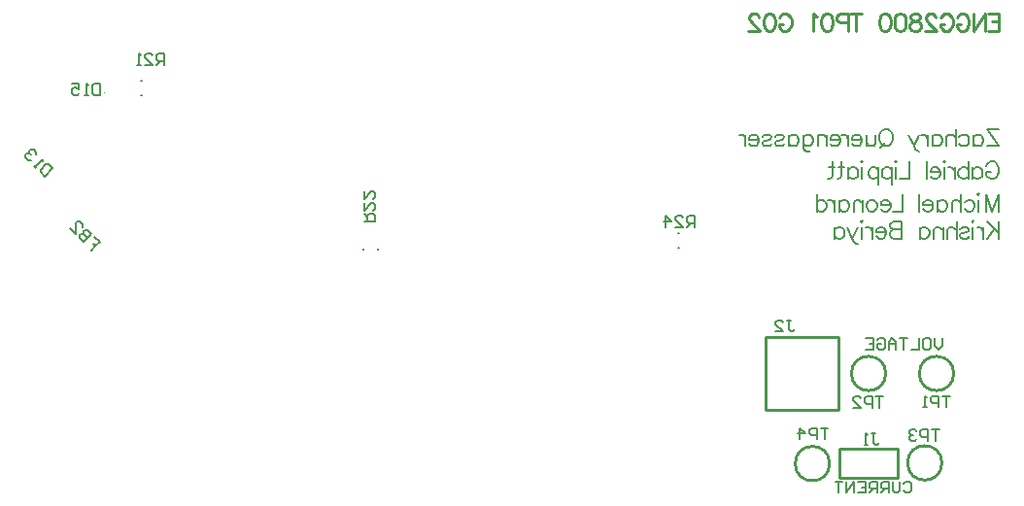
<source format=gbr>
%TF.GenerationSoftware,Altium Limited,Altium Designer,18.1.7 (191)*%
G04 Layer_Color=32896*
%FSLAX26Y26*%
%MOIN*%
%TF.FileFunction,Legend,Bot*%
%TF.Part,Single*%
G01*
G75*
%TA.AperFunction,NonConductor*%
%ADD53C,0.010000*%
%ADD54C,0.003937*%
%ADD55C,0.007874*%
%ADD56C,0.008661*%
D53*
X3094646Y427087D02*
G03*
X3094646Y427087I-59055J0D01*
G01*
X3327716D02*
G03*
X3327716Y427087I-59055J0D01*
G01*
X2901929Y117835D02*
G03*
X2901929Y117835I-59055J0D01*
G01*
X3287401Y120079D02*
G03*
X3287401Y120079I-59055J0D01*
G01*
X2934492Y168937D02*
X3136496D01*
X2934492Y68937D02*
Y168937D01*
Y68937D02*
X3136496D01*
Y168937D01*
X2683504Y552087D02*
X2933504D01*
Y302087D02*
Y377087D01*
Y452087D01*
Y552087D01*
X2683504Y302087D02*
X2933504D01*
X2683504D02*
Y552087D01*
D54*
X414016Y1391260D02*
G03*
X414016Y1391260I-1968J0D01*
G01*
X216142Y1082914D02*
G03*
X216142Y1082914I-1968J0D01*
G01*
D55*
X2381811Y908740D02*
X2385748D01*
X2381811Y859528D02*
X2385748D01*
X1351102Y851221D02*
Y855158D01*
X1301890Y851221D02*
Y855158D01*
X538032Y1383701D02*
X541968D01*
X538032Y1432913D02*
X541968D01*
X3443237Y1266434D02*
X3482598Y1207392D01*
Y1266434D02*
X3443237D01*
X3482598Y1207392D02*
X3443237D01*
X3396284Y1246754D02*
Y1207392D01*
Y1238319D02*
X3401907Y1243942D01*
X3407530Y1246754D01*
X3415965D01*
X3421588Y1243942D01*
X3427211Y1238319D01*
X3430023Y1229884D01*
Y1224261D01*
X3427211Y1215827D01*
X3421588Y1210204D01*
X3415965Y1207392D01*
X3407530D01*
X3401907Y1210204D01*
X3396284Y1215827D01*
X3346801Y1238319D02*
X3352424Y1243942D01*
X3358047Y1246754D01*
X3366482D01*
X3372105Y1243942D01*
X3377728Y1238319D01*
X3380539Y1229884D01*
Y1224261D01*
X3377728Y1215827D01*
X3372105Y1210204D01*
X3366482Y1207392D01*
X3358047D01*
X3352424Y1210204D01*
X3346801Y1215827D01*
X3334149Y1266434D02*
Y1207392D01*
Y1235507D02*
X3325714Y1243942D01*
X3320091Y1246754D01*
X3311656D01*
X3306033Y1243942D01*
X3303222Y1235507D01*
Y1207392D01*
X3254020Y1246754D02*
Y1207392D01*
Y1238319D02*
X3259643Y1243942D01*
X3265266Y1246754D01*
X3273701D01*
X3279324Y1243942D01*
X3284947Y1238319D01*
X3287758Y1229884D01*
Y1224261D01*
X3284947Y1215827D01*
X3279324Y1210204D01*
X3273701Y1207392D01*
X3265266D01*
X3259643Y1210204D01*
X3254020Y1215827D01*
X3238275Y1246754D02*
Y1207392D01*
Y1229884D02*
X3235464Y1238319D01*
X3229840Y1243942D01*
X3224217Y1246754D01*
X3215783D01*
X3207629D02*
X3190760Y1207392D01*
X3173891Y1246754D02*
X3190760Y1207392D01*
X3196383Y1196146D01*
X3202006Y1190523D01*
X3207629Y1187711D01*
X3210441D01*
X3100791Y1266434D02*
X3106414Y1263623D01*
X3112037Y1258000D01*
X3114848Y1252377D01*
X3117660Y1243942D01*
Y1229884D01*
X3114848Y1221450D01*
X3112037Y1215827D01*
X3106414Y1210204D01*
X3100791Y1207392D01*
X3089544D01*
X3083921Y1210204D01*
X3078298Y1215827D01*
X3075487Y1221450D01*
X3072675Y1229884D01*
Y1243942D01*
X3075487Y1252377D01*
X3078298Y1258000D01*
X3083921Y1263623D01*
X3089544Y1266434D01*
X3100791D01*
X3092356Y1218638D02*
X3075487Y1201769D01*
X3058898Y1246754D02*
Y1218638D01*
X3056087Y1210204D01*
X3050464Y1207392D01*
X3042029D01*
X3036406Y1210204D01*
X3027972Y1218638D01*
Y1246754D02*
Y1207392D01*
X3012508Y1229884D02*
X2978769D01*
Y1235507D01*
X2981581Y1241130D01*
X2984392Y1243942D01*
X2990016Y1246754D01*
X2998450D01*
X3004073Y1243942D01*
X3009697Y1238319D01*
X3012508Y1229884D01*
Y1224261D01*
X3009697Y1215827D01*
X3004073Y1210204D01*
X2998450Y1207392D01*
X2990016D01*
X2984392Y1210204D01*
X2978769Y1215827D01*
X2966117Y1246754D02*
Y1207392D01*
Y1229884D02*
X2963306Y1238319D01*
X2957683Y1243942D01*
X2952060Y1246754D01*
X2943625D01*
X2938283Y1229884D02*
X2904545D01*
Y1235507D01*
X2907356Y1241130D01*
X2910168Y1243942D01*
X2915791Y1246754D01*
X2924226D01*
X2929849Y1243942D01*
X2935472Y1238319D01*
X2938283Y1229884D01*
Y1224261D01*
X2935472Y1215827D01*
X2929849Y1210204D01*
X2924226Y1207392D01*
X2915791D01*
X2910168Y1210204D01*
X2904545Y1215827D01*
X2891893Y1246754D02*
Y1207392D01*
Y1235507D02*
X2883458Y1243942D01*
X2877835Y1246754D01*
X2869400D01*
X2863777Y1243942D01*
X2860966Y1235507D01*
Y1207392D01*
X2811764Y1246754D02*
Y1201769D01*
X2814575Y1193334D01*
X2817387Y1190523D01*
X2823010Y1187711D01*
X2831445D01*
X2837068Y1190523D01*
X2811764Y1238319D02*
X2817387Y1243942D01*
X2823010Y1246754D01*
X2831445D01*
X2837068Y1243942D01*
X2842691Y1238319D01*
X2845502Y1229884D01*
Y1224261D01*
X2842691Y1215827D01*
X2837068Y1210204D01*
X2831445Y1207392D01*
X2823010D01*
X2817387Y1210204D01*
X2811764Y1215827D01*
X2762280Y1246754D02*
Y1207392D01*
Y1238319D02*
X2767903Y1243942D01*
X2773527Y1246754D01*
X2781961D01*
X2787584Y1243942D01*
X2793207Y1238319D01*
X2796019Y1229884D01*
Y1224261D01*
X2793207Y1215827D01*
X2787584Y1210204D01*
X2781961Y1207392D01*
X2773527D01*
X2767903Y1210204D01*
X2762280Y1215827D01*
X2715609Y1238319D02*
X2718420Y1243942D01*
X2726855Y1246754D01*
X2735290D01*
X2743724Y1243942D01*
X2746536Y1238319D01*
X2743724Y1232696D01*
X2738101Y1229884D01*
X2724043Y1227073D01*
X2718420Y1224261D01*
X2715609Y1218638D01*
Y1215827D01*
X2718420Y1210204D01*
X2726855Y1207392D01*
X2735290D01*
X2743724Y1210204D01*
X2746536Y1215827D01*
X2672311Y1238319D02*
X2675122Y1243942D01*
X2683557Y1246754D01*
X2691992D01*
X2700427Y1243942D01*
X2703238Y1238319D01*
X2700427Y1232696D01*
X2694803Y1229884D01*
X2680746Y1227073D01*
X2675122Y1224261D01*
X2672311Y1218638D01*
Y1215827D01*
X2675122Y1210204D01*
X2683557Y1207392D01*
X2691992D01*
X2700427Y1210204D01*
X2703238Y1215827D01*
X2659940Y1229884D02*
X2626202D01*
Y1235507D01*
X2629013Y1241130D01*
X2631825Y1243942D01*
X2637448Y1246754D01*
X2645883D01*
X2651506Y1243942D01*
X2657129Y1238319D01*
X2659940Y1229884D01*
Y1224261D01*
X2657129Y1215827D01*
X2651506Y1210204D01*
X2645883Y1207392D01*
X2637448D01*
X2631825Y1210204D01*
X2626202Y1215827D01*
X2613550Y1246754D02*
Y1207392D01*
Y1229884D02*
X2610738Y1238319D01*
X2605115Y1243942D01*
X2599492Y1246754D01*
X2591057D01*
X3440425Y1140136D02*
X3443237Y1145759D01*
X3448860Y1151382D01*
X3454483Y1154194D01*
X3465729D01*
X3471352Y1151382D01*
X3476975Y1145759D01*
X3479787Y1140136D01*
X3482598Y1131701D01*
Y1117643D01*
X3479787Y1109209D01*
X3476975Y1103586D01*
X3471352Y1097963D01*
X3465729Y1095151D01*
X3454483D01*
X3448860Y1097963D01*
X3443237Y1103586D01*
X3440425Y1109209D01*
Y1117643D01*
X3454483D02*
X3440425D01*
X3393191Y1134513D02*
Y1095151D01*
Y1126078D02*
X3398814Y1131701D01*
X3404437Y1134513D01*
X3412872D01*
X3418495Y1131701D01*
X3424118Y1126078D01*
X3426930Y1117643D01*
Y1112020D01*
X3424118Y1103586D01*
X3418495Y1097963D01*
X3412872Y1095151D01*
X3404437D01*
X3398814Y1097963D01*
X3393191Y1103586D01*
X3377447Y1154194D02*
Y1095151D01*
Y1126078D02*
X3371823Y1131701D01*
X3366200Y1134513D01*
X3357766D01*
X3352143Y1131701D01*
X3346520Y1126078D01*
X3343708Y1117643D01*
Y1112020D01*
X3346520Y1103586D01*
X3352143Y1097963D01*
X3357766Y1095151D01*
X3366200D01*
X3371823Y1097963D01*
X3377447Y1103586D01*
X3331056Y1134513D02*
Y1095151D01*
Y1117643D02*
X3328245Y1126078D01*
X3322622Y1131701D01*
X3316998Y1134513D01*
X3308564D01*
X3297599Y1154194D02*
X3294787Y1151382D01*
X3291976Y1154194D01*
X3294787Y1157005D01*
X3297599Y1154194D01*
X3294787Y1134513D02*
Y1095151D01*
X3281573Y1117643D02*
X3247834D01*
Y1123267D01*
X3250646Y1128890D01*
X3253457Y1131701D01*
X3259081Y1134513D01*
X3267515D01*
X3273138Y1131701D01*
X3278761Y1126078D01*
X3281573Y1117643D01*
Y1112020D01*
X3278761Y1103586D01*
X3273138Y1097963D01*
X3267515Y1095151D01*
X3259081D01*
X3253457Y1097963D01*
X3247834Y1103586D01*
X3235182Y1154194D02*
Y1095151D01*
X3176421Y1154194D02*
Y1095151D01*
X3142683D01*
X3130593Y1154194D02*
X3127781Y1151382D01*
X3124970Y1154194D01*
X3127781Y1157005D01*
X3130593Y1154194D01*
X3127781Y1134513D02*
Y1095151D01*
X3114567Y1134513D02*
Y1075470D01*
Y1126078D02*
X3108944Y1131701D01*
X3103321Y1134513D01*
X3094886D01*
X3089263Y1131701D01*
X3083640Y1126078D01*
X3080829Y1117643D01*
Y1112020D01*
X3083640Y1103586D01*
X3089263Y1097963D01*
X3094886Y1095151D01*
X3103321D01*
X3108944Y1097963D01*
X3114567Y1103586D01*
X3068177Y1134513D02*
Y1075470D01*
Y1126078D02*
X3062553Y1131701D01*
X3056930Y1134513D01*
X3048496D01*
X3042873Y1131701D01*
X3037250Y1126078D01*
X3034438Y1117643D01*
Y1112020D01*
X3037250Y1103586D01*
X3042873Y1097963D01*
X3048496Y1095151D01*
X3056930D01*
X3062553Y1097963D01*
X3068177Y1103586D01*
X3016163Y1154194D02*
X3013352Y1151382D01*
X3010540Y1154194D01*
X3013352Y1157005D01*
X3016163Y1154194D01*
X3013352Y1134513D02*
Y1095151D01*
X2966399Y1134513D02*
Y1095151D01*
Y1126078D02*
X2972022Y1131701D01*
X2977645Y1134513D01*
X2986079D01*
X2991703Y1131701D01*
X2997326Y1126078D01*
X3000137Y1117643D01*
Y1112020D01*
X2997326Y1103586D01*
X2991703Y1097963D01*
X2986079Y1095151D01*
X2977645D01*
X2972022Y1097963D01*
X2966399Y1103586D01*
X2942219Y1154194D02*
Y1106397D01*
X2939408Y1097963D01*
X2933785Y1095151D01*
X2928162D01*
X2950654Y1134513D02*
X2930973D01*
X2911292Y1154194D02*
Y1106397D01*
X2908481Y1097963D01*
X2902858Y1095151D01*
X2897235D01*
X2919727Y1134513D02*
X2900046D01*
X3482598Y1041953D02*
Y982910D01*
Y1041953D02*
X3460106Y982910D01*
X3437614Y1041953D02*
X3460106Y982910D01*
X3437614Y1041953D02*
Y982910D01*
X3415121Y1041953D02*
X3412310Y1039141D01*
X3409498Y1041953D01*
X3412310Y1044764D01*
X3415121Y1041953D01*
X3412310Y1022272D02*
Y982910D01*
X3365357Y1013837D02*
X3370980Y1019460D01*
X3376603Y1022272D01*
X3385038D01*
X3390661Y1019460D01*
X3396284Y1013837D01*
X3399095Y1005403D01*
Y999779D01*
X3396284Y991345D01*
X3390661Y985722D01*
X3385038Y982910D01*
X3376603D01*
X3370980Y985722D01*
X3365357Y991345D01*
X3352705Y1041953D02*
Y982910D01*
Y1011026D02*
X3344270Y1019460D01*
X3338647Y1022272D01*
X3330213D01*
X3324590Y1019460D01*
X3321778Y1011026D01*
Y982910D01*
X3272576Y1022272D02*
Y982910D01*
Y1013837D02*
X3278199Y1019460D01*
X3283822Y1022272D01*
X3292257D01*
X3297880Y1019460D01*
X3303503Y1013837D01*
X3306314Y1005403D01*
Y999779D01*
X3303503Y991345D01*
X3297880Y985722D01*
X3292257Y982910D01*
X3283822D01*
X3278199Y985722D01*
X3272576Y991345D01*
X3256831Y1005403D02*
X3223093D01*
Y1011026D01*
X3225904Y1016649D01*
X3228716Y1019460D01*
X3234339Y1022272D01*
X3242774D01*
X3248397Y1019460D01*
X3254020Y1013837D01*
X3256831Y1005403D01*
Y999779D01*
X3254020Y991345D01*
X3248397Y985722D01*
X3242774Y982910D01*
X3234339D01*
X3228716Y985722D01*
X3223093Y991345D01*
X3210441Y1041953D02*
Y982910D01*
X3151680Y1041953D02*
Y982910D01*
X3117941D01*
X3111474Y1005403D02*
X3077736D01*
Y1011026D01*
X3080547Y1016649D01*
X3083359Y1019460D01*
X3088982Y1022272D01*
X3097417D01*
X3103040Y1019460D01*
X3108663Y1013837D01*
X3111474Y1005403D01*
Y999779D01*
X3108663Y991345D01*
X3103040Y985722D01*
X3097417Y982910D01*
X3088982D01*
X3083359Y985722D01*
X3077736Y991345D01*
X3051026Y1022272D02*
X3056649Y1019460D01*
X3062272Y1013837D01*
X3065084Y1005403D01*
Y999779D01*
X3062272Y991345D01*
X3056649Y985722D01*
X3051026Y982910D01*
X3042591D01*
X3036968Y985722D01*
X3031345Y991345D01*
X3028534Y999779D01*
Y1005403D01*
X3031345Y1013837D01*
X3036968Y1019460D01*
X3042591Y1022272D01*
X3051026D01*
X3015601D02*
Y982910D01*
Y1011026D02*
X3007166Y1019460D01*
X3001543Y1022272D01*
X2993108D01*
X2987485Y1019460D01*
X2984674Y1011026D01*
Y982910D01*
X2935472Y1022272D02*
Y982910D01*
Y1013837D02*
X2941095Y1019460D01*
X2946718Y1022272D01*
X2955153D01*
X2960776Y1019460D01*
X2966399Y1013837D01*
X2969210Y1005403D01*
Y999779D01*
X2966399Y991345D01*
X2960776Y985722D01*
X2955153Y982910D01*
X2946718D01*
X2941095Y985722D01*
X2935472Y991345D01*
X2919727Y1022272D02*
Y982910D01*
Y1005403D02*
X2916916Y1013837D01*
X2911292Y1019460D01*
X2905669Y1022272D01*
X2897235D01*
X2858154Y1041953D02*
Y982910D01*
Y1013837D02*
X2863777Y1019460D01*
X2869400Y1022272D01*
X2877835D01*
X2883458Y1019460D01*
X2889081Y1013837D01*
X2891893Y1005403D01*
Y999779D01*
X2889081Y991345D01*
X2883458Y985722D01*
X2877835Y982910D01*
X2869400D01*
X2863777Y985722D01*
X2858154Y991345D01*
X3482598Y949393D02*
Y890350D01*
X3443237Y949393D02*
X3482598Y910031D01*
X3468541Y924089D02*
X3443237Y890350D01*
X3430023Y929712D02*
Y890350D01*
Y912842D02*
X3427211Y921277D01*
X3421588Y926900D01*
X3415965Y929712D01*
X3407530D01*
X3396565Y949393D02*
X3393754Y946581D01*
X3390942Y949393D01*
X3393754Y952204D01*
X3396565Y949393D01*
X3393754Y929712D02*
Y890350D01*
X3349612Y921277D02*
X3352424Y926900D01*
X3360858Y929712D01*
X3369293D01*
X3377728Y926900D01*
X3380539Y921277D01*
X3377728Y915654D01*
X3372105Y912842D01*
X3358047Y910031D01*
X3352424Y907219D01*
X3349612Y901596D01*
Y898785D01*
X3352424Y893162D01*
X3360858Y890350D01*
X3369293D01*
X3377728Y893162D01*
X3380539Y898785D01*
X3337242Y949393D02*
Y890350D01*
Y918466D02*
X3328807Y926900D01*
X3323184Y929712D01*
X3314749D01*
X3309126Y926900D01*
X3306314Y918466D01*
Y890350D01*
X3290851Y929712D02*
Y890350D01*
Y918466D02*
X3282416Y926900D01*
X3276793Y929712D01*
X3268359D01*
X3262735Y926900D01*
X3259924Y918466D01*
Y890350D01*
X3210722Y929712D02*
Y890350D01*
Y921277D02*
X3216345Y926900D01*
X3221968Y929712D01*
X3230403D01*
X3236026Y926900D01*
X3241649Y921277D01*
X3244461Y912842D01*
Y907219D01*
X3241649Y898785D01*
X3236026Y893162D01*
X3230403Y890350D01*
X3221968D01*
X3216345Y893162D01*
X3210722Y898785D01*
X3148587Y949393D02*
Y890350D01*
Y949393D02*
X3123283D01*
X3114848Y946581D01*
X3112037Y943769D01*
X3109225Y938146D01*
Y932523D01*
X3112037Y926900D01*
X3114848Y924089D01*
X3123283Y921277D01*
X3148587D02*
X3123283D01*
X3114848Y918466D01*
X3112037Y915654D01*
X3109225Y910031D01*
Y901596D01*
X3112037Y895973D01*
X3114848Y893162D01*
X3123283Y890350D01*
X3148587D01*
X3096011Y912842D02*
X3062272D01*
Y918466D01*
X3065084Y924089D01*
X3067895Y926900D01*
X3073519Y929712D01*
X3081953D01*
X3087576Y926900D01*
X3093199Y921277D01*
X3096011Y912842D01*
Y907219D01*
X3093199Y898785D01*
X3087576Y893162D01*
X3081953Y890350D01*
X3073519D01*
X3067895Y893162D01*
X3062272Y898785D01*
X3049620Y929712D02*
Y890350D01*
Y912842D02*
X3046809Y921277D01*
X3041186Y926900D01*
X3035563Y929712D01*
X3027128D01*
X3016163Y949393D02*
X3013352Y946581D01*
X3010540Y949393D01*
X3013352Y952204D01*
X3016163Y949393D01*
X3013352Y929712D02*
Y890350D01*
X2997326Y929712D02*
X2980456Y890350D01*
X2963587Y929712D02*
X2980456Y890350D01*
X2986079Y879104D01*
X2991703Y873481D01*
X2997326Y870669D01*
X3000137D01*
X2920008Y929712D02*
Y890350D01*
Y921277D02*
X2925631Y926900D01*
X2931254Y929712D01*
X2939689D01*
X2945312Y926900D01*
X2950935Y921277D01*
X2953747Y912842D01*
Y907219D01*
X2950935Y898785D01*
X2945312Y893162D01*
X2939689Y890350D01*
X2931254D01*
X2925631Y893162D01*
X2920008Y898785D01*
X3156911Y50239D02*
X3163471Y56798D01*
X3176590D01*
X3183150Y50239D01*
Y24000D01*
X3176590Y17441D01*
X3163471D01*
X3156911Y24000D01*
X3143792Y56798D02*
Y24000D01*
X3137233Y17441D01*
X3124113D01*
X3117554Y24000D01*
Y56798D01*
X3104435Y17441D02*
Y56798D01*
X3084756D01*
X3078197Y50239D01*
Y37120D01*
X3084756Y30560D01*
X3104435D01*
X3091316D02*
X3078197Y17441D01*
X3065077D02*
Y56798D01*
X3045399D01*
X3038839Y50239D01*
Y37120D01*
X3045399Y30560D01*
X3065077D01*
X3051958D02*
X3038839Y17441D01*
X2999482Y56798D02*
X3025720D01*
Y17441D01*
X2999482D01*
X3025720Y37120D02*
X3012601D01*
X2986363Y17441D02*
Y56798D01*
X2960124Y17441D01*
Y56798D01*
X2947005D02*
X2920767D01*
X2933886D01*
Y17441D01*
X3287677Y548098D02*
Y521859D01*
X3274558Y508740D01*
X3261439Y521859D01*
Y548098D01*
X3228641D02*
X3241760D01*
X3248320Y541538D01*
Y515300D01*
X3241760Y508740D01*
X3228641D01*
X3222082Y515300D01*
Y541538D01*
X3228641Y548098D01*
X3208962D02*
Y508740D01*
X3182724D01*
X3169605Y548098D02*
X3143367D01*
X3156486D01*
Y508740D01*
X3130248D02*
Y534978D01*
X3117128Y548098D01*
X3104009Y534978D01*
Y508740D01*
Y528419D01*
X3130248D01*
X3064652Y541538D02*
X3071211Y548098D01*
X3084331D01*
X3090890Y541538D01*
Y515300D01*
X3084331Y508740D01*
X3071211D01*
X3064652Y515300D01*
Y528419D01*
X3077771D01*
X3025295Y548098D02*
X3051533D01*
Y508740D01*
X3025295D01*
X3051533Y528419D02*
X3038414D01*
X2438307Y928937D02*
Y968294D01*
X2418628D01*
X2412069Y961735D01*
Y948616D01*
X2418628Y942056D01*
X2438307D01*
X2425188D02*
X2412069Y928937D01*
X2372711D02*
X2398950D01*
X2372711Y955175D01*
Y961735D01*
X2379271Y968294D01*
X2392390D01*
X2398950Y961735D01*
X2339914Y928937D02*
Y968294D01*
X2359592Y948616D01*
X2333354D01*
X2897047Y240381D02*
X2870809D01*
X2883928D01*
Y201024D01*
X2857690D02*
Y240381D01*
X2838011D01*
X2831452Y233821D01*
Y220702D01*
X2838011Y214143D01*
X2857690D01*
X2798654Y201024D02*
Y240381D01*
X2818332Y220702D01*
X2792094D01*
X3279252Y236208D02*
X3253014D01*
X3266133D01*
Y196850D01*
X3239895D02*
Y236208D01*
X3220216D01*
X3213656Y229648D01*
Y216529D01*
X3220216Y209970D01*
X3239895D01*
X3200537Y229648D02*
X3193978Y236208D01*
X3180858D01*
X3174299Y229648D01*
Y223089D01*
X3180858Y216529D01*
X3187418D01*
X3180858D01*
X3174299Y209970D01*
Y203410D01*
X3180858Y196850D01*
X3193978D01*
X3200537Y203410D01*
X3086772Y348846D02*
X3060534D01*
X3073653D01*
Y309488D01*
X3047414D02*
Y348846D01*
X3027736D01*
X3021176Y342286D01*
Y329167D01*
X3027736Y322607D01*
X3047414D01*
X2981819Y309488D02*
X3008057D01*
X2981819Y335726D01*
Y342286D01*
X2988378Y348846D01*
X3001497D01*
X3008057Y342286D01*
X3315433Y350460D02*
X3289195D01*
X3302314D01*
Y311102D01*
X3276076D02*
Y350460D01*
X3256397D01*
X3249838Y343900D01*
Y330781D01*
X3256397Y324221D01*
X3276076D01*
X3236718Y311102D02*
X3223599D01*
X3230159D01*
Y350460D01*
X3236718Y343900D01*
X1304094Y947756D02*
X1343452D01*
Y967435D01*
X1336892Y973994D01*
X1323773D01*
X1317214Y967435D01*
Y947756D01*
Y960875D02*
X1304094Y973994D01*
Y1013351D02*
Y987113D01*
X1330333Y1013351D01*
X1336892D01*
X1343452Y1006792D01*
Y993673D01*
X1336892Y987113D01*
X1304094Y1052709D02*
Y1026471D01*
X1330333Y1052709D01*
X1336892D01*
X1343452Y1046149D01*
Y1033030D01*
X1336892Y1026471D01*
X617685Y1486000D02*
Y1525357D01*
X598006D01*
X591447Y1518798D01*
Y1505679D01*
X598006Y1499119D01*
X617685D01*
X604566D02*
X591447Y1486000D01*
X552089D02*
X578328D01*
X552089Y1512238D01*
Y1518798D01*
X558649Y1525357D01*
X571768D01*
X578328Y1518798D01*
X538970Y1486000D02*
X525851D01*
X532411D01*
Y1525357D01*
X538970Y1518798D01*
X379198Y896462D02*
X397751Y877909D01*
X383836Y863994D01*
X374560Y873270D01*
X383836Y863994D01*
X369921Y850079D01*
Y905739D02*
X342091Y877909D01*
X328176Y891823D01*
Y901100D01*
X332815Y905738D01*
X342091Y905739D01*
X356006Y891823D01*
X342091Y905739D01*
Y915015D01*
X346730Y919653D01*
X356006Y919653D01*
X369921Y905739D01*
X295708Y924292D02*
X314262Y905739D01*
Y942845D01*
X318900Y947483D01*
X328176Y947483D01*
X337453Y938207D01*
Y928930D01*
X399370Y1422468D02*
Y1383110D01*
X379691D01*
X373132Y1389670D01*
Y1415908D01*
X379691Y1422468D01*
X399370D01*
X360013Y1383110D02*
X346894D01*
X353453D01*
Y1422468D01*
X360013Y1415908D01*
X300977Y1422468D02*
X327215D01*
Y1402789D01*
X314096Y1409348D01*
X307536D01*
X300977Y1402789D01*
Y1389670D01*
X307536Y1383110D01*
X320655D01*
X327215Y1389670D01*
X235980Y1131176D02*
X208150Y1103347D01*
X194235Y1117261D01*
Y1126538D01*
X212788Y1145091D01*
X222065D01*
X235980Y1131176D01*
X180320D02*
X171043Y1140453D01*
X175681Y1135815D01*
X203511Y1163645D01*
Y1154368D01*
X180320Y1177560D02*
Y1186836D01*
X171043Y1196113D01*
X161767Y1196113D01*
X157128Y1191474D01*
Y1182198D01*
X161767Y1177560D01*
X157128Y1182198D01*
X147852Y1182198D01*
X143213Y1177560D01*
X143213Y1168283D01*
X152490Y1159006D01*
X161767D01*
X3046833Y222783D02*
X3059952D01*
X3053392D01*
Y189985D01*
X3059952Y183425D01*
X3066511D01*
X3073071Y189985D01*
X3033713Y183425D02*
X3020594D01*
X3027154D01*
Y222783D01*
X3033713Y216223D01*
X2755100Y610184D02*
X2768220D01*
X2761660D01*
Y577386D01*
X2768220Y570827D01*
X2774779D01*
X2781339Y577386D01*
X2715743Y570827D02*
X2741981D01*
X2715743Y597065D01*
Y603625D01*
X2722302Y610184D01*
X2735422D01*
X2741981Y603625D01*
D56*
X3445497Y1662153D02*
X3482047D01*
Y1603110D01*
X3445497D01*
X3482047Y1634037D02*
X3459555D01*
X3435657Y1662153D02*
Y1603110D01*
Y1662153D02*
X3396295Y1603110D01*
Y1662153D02*
Y1603110D01*
X3337815Y1648095D02*
X3340626Y1653718D01*
X3346250Y1659341D01*
X3351873Y1662153D01*
X3363119D01*
X3368742Y1659341D01*
X3374365Y1653718D01*
X3377177Y1648095D01*
X3379988Y1639660D01*
Y1625603D01*
X3377177Y1617168D01*
X3374365Y1611545D01*
X3368742Y1605922D01*
X3363119Y1603110D01*
X3351873D01*
X3346250Y1605922D01*
X3340626Y1611545D01*
X3337815Y1617168D01*
Y1625603D01*
X3351873D02*
X3337815D01*
X3282146Y1648095D02*
X3284958Y1653718D01*
X3290581Y1659341D01*
X3296204Y1662153D01*
X3307450D01*
X3313073Y1659341D01*
X3318696Y1653718D01*
X3321508Y1648095D01*
X3324320Y1639660D01*
Y1625603D01*
X3321508Y1617168D01*
X3318696Y1611545D01*
X3313073Y1605922D01*
X3307450Y1603110D01*
X3296204D01*
X3290581Y1605922D01*
X3284958Y1611545D01*
X3282146Y1617168D01*
Y1625603D01*
X3296204D02*
X3282146D01*
X3265839Y1648095D02*
Y1650907D01*
X3263028Y1656530D01*
X3260216Y1659341D01*
X3254593Y1662153D01*
X3243347D01*
X3237724Y1659341D01*
X3234912Y1656530D01*
X3232101Y1650907D01*
Y1645283D01*
X3234912Y1639660D01*
X3240535Y1631226D01*
X3268651Y1603110D01*
X3229289D01*
X3202017Y1662153D02*
X3210452Y1659341D01*
X3213264Y1653718D01*
Y1648095D01*
X3210452Y1642472D01*
X3204829Y1639660D01*
X3193583Y1636849D01*
X3185148Y1634037D01*
X3179525Y1628414D01*
X3176713Y1622791D01*
Y1614356D01*
X3179525Y1608733D01*
X3182336Y1605922D01*
X3190771Y1603110D01*
X3202017D01*
X3210452Y1605922D01*
X3213264Y1608733D01*
X3216075Y1614356D01*
Y1622791D01*
X3213264Y1628414D01*
X3207640Y1634037D01*
X3199206Y1636849D01*
X3187959Y1639660D01*
X3182336Y1642472D01*
X3179525Y1648095D01*
Y1653718D01*
X3182336Y1659341D01*
X3190771Y1662153D01*
X3202017D01*
X3146630D02*
X3155064Y1659341D01*
X3160688Y1650907D01*
X3163499Y1636849D01*
Y1628414D01*
X3160688Y1614356D01*
X3155064Y1605922D01*
X3146630Y1603110D01*
X3141007D01*
X3132572Y1605922D01*
X3126949Y1614356D01*
X3124137Y1628414D01*
Y1636849D01*
X3126949Y1650907D01*
X3132572Y1659341D01*
X3141007Y1662153D01*
X3146630D01*
X3094054D02*
X3102489Y1659341D01*
X3108112Y1650907D01*
X3110923Y1636849D01*
Y1628414D01*
X3108112Y1614356D01*
X3102489Y1605922D01*
X3094054Y1603110D01*
X3088431D01*
X3079996Y1605922D01*
X3074373Y1614356D01*
X3071562Y1628414D01*
Y1636849D01*
X3074373Y1650907D01*
X3079996Y1659341D01*
X3088431Y1662153D01*
X3094054D01*
X2992276D02*
Y1603110D01*
X3011957Y1662153D02*
X2972595D01*
X2965566Y1631226D02*
X2940262D01*
X2931828Y1634037D01*
X2929016Y1636849D01*
X2926205Y1642472D01*
Y1650907D01*
X2929016Y1656530D01*
X2931828Y1659341D01*
X2940262Y1662153D01*
X2965566D01*
Y1603110D01*
X2896121Y1662153D02*
X2904556Y1659341D01*
X2910179Y1650907D01*
X2912990Y1636849D01*
Y1628414D01*
X2910179Y1614356D01*
X2904556Y1605922D01*
X2896121Y1603110D01*
X2890498D01*
X2882063Y1605922D01*
X2876440Y1614356D01*
X2873629Y1628414D01*
Y1636849D01*
X2876440Y1650907D01*
X2882063Y1659341D01*
X2890498Y1662153D01*
X2896121D01*
X2860414Y1650907D02*
X2854791Y1653718D01*
X2846357Y1662153D01*
Y1603110D01*
X2728553Y1648095D02*
X2731365Y1653718D01*
X2736988Y1659341D01*
X2742611Y1662153D01*
X2753857D01*
X2759480Y1659341D01*
X2765103Y1653718D01*
X2767915Y1648095D01*
X2770726Y1639660D01*
Y1625603D01*
X2767915Y1617168D01*
X2765103Y1611545D01*
X2759480Y1605922D01*
X2753857Y1603110D01*
X2742611D01*
X2736988Y1605922D01*
X2731365Y1611545D01*
X2728553Y1617168D01*
Y1625603D01*
X2742611D02*
X2728553D01*
X2698188Y1662153D02*
X2706623Y1659341D01*
X2712246Y1650907D01*
X2715058Y1636849D01*
Y1628414D01*
X2712246Y1614356D01*
X2706623Y1605922D01*
X2698188Y1603110D01*
X2692565D01*
X2684131Y1605922D01*
X2678508Y1614356D01*
X2675696Y1628414D01*
Y1636849D01*
X2678508Y1650907D01*
X2684131Y1659341D01*
X2692565Y1662153D01*
X2698188D01*
X2659670Y1648095D02*
Y1650907D01*
X2656859Y1656530D01*
X2654047Y1659341D01*
X2648424Y1662153D01*
X2637178D01*
X2631555Y1659341D01*
X2628743Y1656530D01*
X2625932Y1650907D01*
Y1645283D01*
X2628743Y1639660D01*
X2634366Y1631226D01*
X2662482Y1603110D01*
X2623120D01*
%TF.MD5,ef1021824056fe59e39d5121ed9709ea*%
M02*

</source>
